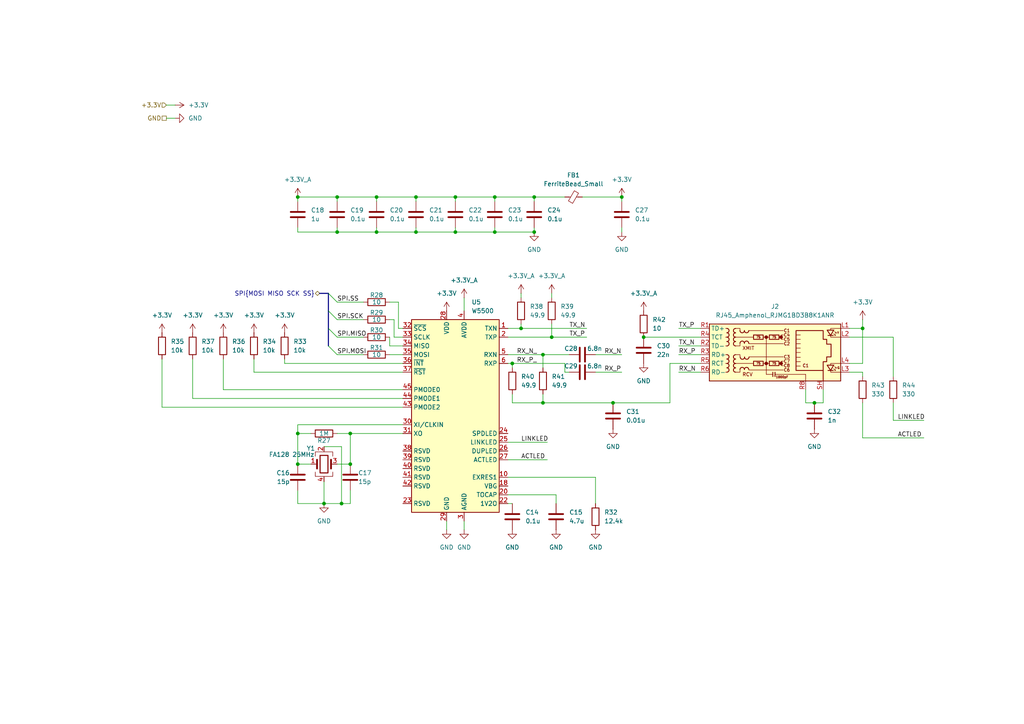
<source format=kicad_sch>
(kicad_sch (version 20250114) (generator "eeschema") (generator_version "9.0")
  (paper "A4")
  (lib_symbols
    (symbol "Connector:RJ45_Amphenol_RJMG1BD3B8K1ANR"
      (property "Reference" "J" (at 18.415 10.16 0))
      (property "Value" "RJ45_Amphenol_RJMG1BD3B8K1ANR" (at -19.05 10.16 0))
      (symbol "RJ45_Amphenol_RJMG1BD3B8K1ANR_0_0"
        (circle (center -1.27 5.08) (radius 0.0001) (stroke (width 0.508)))
        (polyline (pts (xy -1.27 5.08) (xy -1.27 -5.715)))
        (circle (center -1.27 -2.54) (radius 0.0001) (stroke (width 0.508)))
        (polyline (pts (xy 0.635 -5.08) (xy 0.635 -6.35)) (stroke (width 0.254)))
        (polyline (pts (xy 1.27 -5.08) (xy 1.27 -6.35)) (stroke (width 0.254)))
        (polyline (pts (xy 3.048 5.08) (xy 2.54 5.08)))
        (circle (center 3.048 5.08) (radius 0.0001) (stroke (width 0.508)))
        (polyline (pts (xy 3.048 -2.54) (xy 2.54 -2.54)))
        (circle (center 3.048 -2.54) (radius 0.0001) (stroke (width 0.508)))
        (polyline (pts (xy 3.683 5.715) (xy 3.048 5.715) (xy 3.048 4.445) (xy 3.683 4.445)))
        (polyline (pts (xy 3.683 -1.905) (xy 3.048 -1.905) (xy 3.048 -3.175) (xy 3.683 -3.175)))
        (polyline (pts (xy 17.399 7.112) (xy 17.399 7.62) (xy 20.32 7.62)))
        (polyline (pts (xy 17.399 -3.048) (xy 17.399 -2.54) (xy 20.32 -2.54)))
        (polyline (pts (xy 20.32 5.08) (xy 17.399 5.08) (xy 17.399 5.588)))
        (polyline (pts (xy 20.32 -5.08) (xy 17.399 -5.08) (xy 17.399 -4.572)))
        (text "XMIT" (at -8.255 1.905 0) (effects (font (size 1.016 1.016)) (justify left)))
        (text "RCV" (at -8.255 -5.715 0) (effects (font (size 1.016 1.016)) (justify left)))
        (text "C1" (at 4.699 6.985 0) (effects (font (size 0.889 0.889))))
        (text "C4" (at 4.699 5.715 0) (effects (font (size 0.889 0.889))))
        (text "C5" (at 4.699 4.445 0) (effects (font (size 0.889 0.889))))
        (text "C2" (at 4.699 3.175 0) (effects (font (size 0.889 0.889))))
        (text "C3" (at 4.699 -0.635 0) (effects (font (size 0.889 0.889))))
        (text "C7" (at 4.699 -1.905 0) (effects (font (size 0.889 0.889))))
        (text "C8" (at 4.699 -3.175 0) (effects (font (size 0.889 0.889))))
        (text "C6" (at 4.699 -4.445 0) (effects (font (size 0.889 0.889))))
        (text "C1" (at 10.16 -3.175 0) (effects (font (size 0.889 0.889))))
      )
      (symbol "RJ45_Amphenol_RJMG1BD3B8K1ANR_0_1"
        (rectangle (start -17.78 8.89) (end 20.32 -7.62) (stroke (width 0.254)) (fill (type background)))
        (polyline (pts (xy -12.7 7.62) (xy -13.081 7.62)))
        (polyline (pts (xy -12.7 5.08) (xy -13.081 5.08)))
        (polyline (pts (xy -12.7 2.54) (xy -13.081 2.54)))
        (polyline (pts (xy -12.7 0) (xy -13.081 0)))
        (polyline (pts (xy -12.7 -2.54) (xy -13.081 -2.54)))
        (polyline (pts (xy -12.7 -5.08) (xy -13.081 -5.08)))
        (polyline (pts (xy -10.16 7.62) (xy -8.89 7.62) (xy -8.89 6.985)))
        (polyline (pts (xy -10.16 0) (xy -8.89 0) (xy -8.89 -0.635)))
        (polyline (pts (xy -8.89 3.175) (xy -8.89 2.54) (xy -10.16 2.54)))
        (polyline (pts (xy -8.89 -4.445) (xy -8.89 -5.08) (xy -10.16 -5.08)))
        (polyline (pts (xy -6.35 6.985) (xy 3.683 6.985)))
        (polyline (pts (xy -6.35 3.175) (xy 3.683 3.175)))
        (polyline (pts (xy -6.35 -4.445) (xy 3.683 -4.445)))
        (polyline (pts (xy -6.223 -0.635) (xy 3.683 -0.635)))
        (polyline (pts (xy -5.08 -2.54) (xy -10.16 -2.54)))
        (polyline (pts (xy -4.953 5.08) (xy -10.16 5.08)))
        (polyline (pts (xy -2.159 5.08) (xy -0.381 5.08)))
        (polyline (pts (xy -2.159 -2.54) (xy -0.381 -2.54)))
        (polyline (pts (xy 0.635 -5.715) (xy -1.27 -5.715)))
        (polyline (pts (xy 7.366 3.175) (xy 8.636 3.175)))
        (polyline (pts (xy 7.366 1.905) (xy 8.636 1.905)))
        (polyline (pts (xy 7.366 0.635) (xy 8.636 0.635)))
        (polyline (pts (xy 7.366 -0.762) (xy 8.636 -0.762)))
        (polyline (pts (xy 7.366 -2.032) (xy 8.636 -2.032)))
        (polyline (pts (xy 8.636 5.715) (xy 7.366 5.715)))
        (polyline (pts (xy 8.636 4.445) (xy 7.366 4.445)))
        (polyline (pts (xy 8.636 -3.302) (xy 7.366 -3.302)))
        (polyline (pts (xy 10.16 -5.715) (xy 1.27 -5.715)))
        (polyline (pts (xy 10.16 -5.715) (xy 10.16 -7.62)))
      )
      (symbol "RJ45_Amphenol_RJMG1BD3B8K1ANR_1_0"
        (text "1000pF" (at 3.302 -6.477 0) (effects (font (size 0.635 0.635))))
      )
      (symbol "RJ45_Amphenol_RJMG1BD3B8K1ANR_1_1"
        (arc (start -12.7 0) (mid -12.0677 -0.635) (end -12.7 -1.27) (stroke (width 0.254)))
        (arc (start -12.6973 7.62) (mid -12.065 6.985) (end -12.6973 6.35) (stroke (width 0.254)))
        (arc (start -12.6973 -1.27) (mid -12.065 -1.905) (end -12.6973 -2.54) (stroke (width 0.254)))
        (arc (start -12.6973 -2.54) (mid -12.065 -3.175) (end -12.6973 -3.81) (stroke (width 0.254)))
        (arc (start -12.6973 -3.81) (mid -12.065 -4.445) (end -12.6973 -5.08) (stroke (width 0.254)))
        (arc (start -12.6946 6.35) (mid -12.0623 5.715) (end -12.6946 5.08) (stroke (width 0.254)))
        (arc (start -12.6946 5.08) (mid -12.0623 4.445) (end -12.6946 3.81) (stroke (width 0.254)))
        (arc (start -12.6946 3.81) (mid -12.0623 3.175) (end -12.6946 2.54) (stroke (width 0.254)))
        (arc (start -10.1654 6.35) (mid -10.7977 6.985) (end -10.1654 7.62) (stroke (width 0.254)))
        (arc (start -10.1654 5.08) (mid -10.7977 5.715) (end -10.1654 6.35) (stroke (width 0.254)))
        (arc (start -10.1654 3.81) (mid -10.7977 4.445) (end -10.1654 5.08) (stroke (width 0.254)))
        (arc (start -10.1654 -1.27) (mid -10.7977 -0.635) (end -10.1654 0) (stroke (width 0.254)))
        (arc (start -10.1654 -2.54) (mid -10.7977 -1.905) (end -10.1654 -1.27) (stroke (width 0.254)))
        (arc (start -10.1654 -3.81) (mid -10.7977 -3.175) (end -10.1654 -2.54) (stroke (width 0.254)))
        (arc (start -10.1627 2.54) (mid -10.795 3.175) (end -10.1627 3.81) (stroke (width 0.254)))
        (arc (start -10.1627 -5.08) (mid -10.795 -4.445) (end -10.1627 -3.81) (stroke (width 0.254)))
        (arc (start -7.62 6.9823) (mid -8.255 6.35) (end -8.89 6.9823) (stroke (width 0.254)))
        (arc (start -8.89 3.3047) (mid -8.255 3.937) (end -7.62 3.3047) (stroke (width 0.254)))
        (arc (start -8.89 -4.3153) (mid -8.255 -3.683) (end -7.62 -4.3153) (stroke (width 0.254)))
        (arc (start -7.5565 -0.7012) (mid -8.1915 -1.3335) (end -8.8265 -0.7012) (stroke (width 0.254)))
        (arc (start -6.35 6.985) (mid -6.985 6.3527) (end -7.62 6.985) (stroke (width 0.254)))
        (arc (start -7.62 3.3074) (mid -6.985 3.9397) (end -6.35 3.3074) (stroke (width 0.254)))
        (arc (start -7.62 -4.3126) (mid -6.985 -3.6803) (end -6.35 -4.3126) (stroke (width 0.254)))
        (arc (start -6.2865 -0.6985) (mid -6.9215 -1.3308) (end -7.5565 -0.6985) (stroke (width 0.254)))
        (rectangle (start -4.953 5.715) (end -2.159 4.445) (stroke (width 0.254)))
        (rectangle (start -4.953 -1.905) (end -2.159 -3.175) (stroke (width 0.254)))
        (rectangle (start -0.381 5.715) (end 2.413 4.445) (stroke (width 0.254)))
        (rectangle (start -0.381 -1.905) (end 2.413 -3.175) (stroke (width 0.254)))
        (polyline (pts (xy 7.366 -4.572) (xy 7.366 6.985) (xy 15.24 6.985) (xy 15.24 4.445) (xy 16.256 4.445) (xy 16.256 3.048) (xy 17.526 3.048) (xy 17.526 -0.635) (xy 16.256 -0.635) (xy 16.256 -2.032) (xy 15.24 -2.032) (xy 15.24 -4.572) (xy 7.366 -4.572)) (stroke (width 0.254)))
        (polyline (pts (xy 15.24 -7.62) (xy 15.24 -4.572)) (stroke (width 0.254)))
        (polyline (pts (xy 18.161 5.588) (xy 16.637 5.588)) (stroke (width 0.254)))
        (polyline (pts (xy 18.161 -4.572) (xy 16.637 -4.572)) (stroke (width 0.254)))
        (polyline (pts (xy 18.288 7.112) (xy 16.383 7.112) (xy 17.399 5.588) (xy 18.288 7.112)) (stroke (width 0.254)))
        (polyline (pts (xy 18.288 6.096) (xy 18.796 5.588) (xy 18.542 5.588)))
        (polyline (pts (xy 18.288 -3.048) (xy 16.383 -3.048) (xy 17.399 -4.572) (xy 18.288 -3.048)) (stroke (width 0.254)))
        (polyline (pts (xy 18.288 -4.064) (xy 18.796 -4.572) (xy 18.542 -4.572)))
        (polyline (pts (xy 18.542 6.731) (xy 19.05 6.223) (xy 18.796 6.223)))
        (polyline (pts (xy 18.542 -3.429) (xy 19.05 -3.937) (xy 18.796 -3.937)))
        (polyline (pts (xy 18.796 5.588) (xy 18.796 5.842)))
        (polyline (pts (xy 18.796 -4.572) (xy 18.796 -4.318)))
        (polyline (pts (xy 19.05 6.223) (xy 19.05 6.477)))
        (polyline (pts (xy 19.05 -3.937) (xy 19.05 -3.683)))
        (text "75" (at -3.556 5.08 0) (effects (font (size 0.635 0.635))))
        (text "75" (at -3.556 -2.54 0) (effects (font (size 0.635 0.635))))
        (text "75" (at 1.016 5.08 0) (effects (font (size 0.635 0.635))))
        (text "75" (at 1.016 -2.54 0) (effects (font (size 0.635 0.635))))
        (text "Y" (at 19.558 6.35 0) (effects (font (size 0.635 0.635))))
        (text "G" (at 19.685 -3.81 0) (effects (font (size 0.635 0.635))))
        (pin passive line (at -20.32 7.62 0) (length 2.54) (name "TD+") (number "R1"))
        (pin passive line (at -20.32 5.08 0) (length 2.54) (name "TCT") (number "R4"))
        (pin passive line (at -20.32 2.54 0) (length 2.54) (name "TD-") (number "R2"))
        (pin passive line (at -20.32 0 0) (length 2.54) (name "RD+") (number "R3"))
        (pin passive line (at -20.32 -2.54 0) (length 2.54) (name "RCT") (number "R5"))
        (pin passive line (at -20.32 -5.08 0) (length 2.54) (name "RD-") (number "R6"))
        (pin power_in line (at 10.16 -10.16 90) (length 2.54) (name "") (number "R8"))
        (pin passive line (at 15.24 -10.16 90) (length 2.54) (name "") (number "SH"))
        (pin no_connect line (at 20.32 0 0) (length 0) (hide yes) (name "NC") (number "R7"))
        (pin passive line (at 22.86 7.62 180) (length 2.54) (name "") (number "L1"))
        (pin passive line (at 22.86 5.08 180) (length 2.54) (name "") (number "L2"))
        (pin passive line (at 22.86 -2.54 180) (length 2.54) (name "") (number "L4"))
        (pin passive line (at 22.86 -5.08 180) (length 2.54) (name "") (number "L3"))
      )
    )
    (symbol "Device:C" (pin_numbers (hide yes)) (pin_names (offset 0.254))
      (property "Reference" "C" (at 0.635 2.54 0))
      (property "Value" "C" (at 0.635 -2.54 0))
      (symbol "C_0_1"
        (polyline (pts (xy -2.032 0.762) (xy 2.032 0.762)) (stroke (width 0.508)))
        (polyline (pts (xy -2.032 -0.762) (xy 2.032 -0.762)) (stroke (width 0.508)))
      )
      (symbol "C_1_1"
        (pin passive line (at 0 3.81 270) (length 2.794) (name "~") (number "1"))
        (pin passive line (at 0 -3.81 90) (length 2.794) (name "~") (number "2"))
      )
    )
    (symbol "Device:Crystal_GND24" (pin_names (offset 1.016) (hide yes))
      (property "Reference" "Y" (at 3.175 5.08 0))
      (property "Value" "Crystal_GND24" (at 3.175 3.175 0))
      (symbol "Crystal_GND24_0_1"
        (polyline (pts (xy -2.54 2.286) (xy -2.54 3.556) (xy 2.54 3.556) (xy 2.54 2.286)))
        (polyline (pts (xy -2.54 0) (xy -2.032 0)))
        (polyline (pts (xy -2.54 -2.286) (xy -2.54 -3.556) (xy 2.54 -3.556) (xy 2.54 -2.286)))
        (polyline (pts (xy -2.032 -1.27) (xy -2.032 1.27)) (stroke (width 0.508)))
        (rectangle (start -1.143 2.54) (end 1.143 -2.54) (stroke (width 0.3048)))
        (polyline (pts (xy 0 3.556) (xy 0 3.81)))
        (polyline (pts (xy 0 -3.81) (xy 0 -3.556)))
        (polyline (pts (xy 2.032 0) (xy 2.54 0)))
        (polyline (pts (xy 2.032 -1.27) (xy 2.032 1.27)) (stroke (width 0.508)))
      )
      (symbol "Crystal_GND24_1_1"
        (pin passive line (at -3.81 0 0) (length 1.27) (name "1") (number "1"))
        (pin passive line (at 0 5.08 270) (length 1.27) (name "2") (number "2"))
        (pin passive line (at 0 -5.08 90) (length 1.27) (name "4") (number "4"))
        (pin passive line (at 3.81 0 180) (length 1.27) (name "3") (number "3"))
      )
    )
    (symbol "Device:FerriteBead_Small" (pin_numbers (hide yes)) (pin_names (offset 0))
      (property "Reference" "FB" (at 1.905 1.27 0))
      (property "Value" "FerriteBead_Small" (at 1.905 -1.27 0))
      (symbol "FerriteBead_Small_0_1"
        (polyline (pts (xy -1.8288 0.2794) (xy -1.1176 1.4986) (xy 1.8288 -0.2032) (xy 1.1176 -1.4224) (xy -1.8288 0.2794)))
        (polyline (pts (xy 0 0.889) (xy 0 1.2954)))
        (polyline (pts (xy 0 -1.27) (xy 0 -0.7874)))
      )
      (symbol "FerriteBead_Small_1_1"
        (pin passive line (at 0 2.54 270) (length 1.27) (name "~") (number "1"))
        (pin passive line (at 0 -2.54 90) (length 1.27) (name "~") (number "2"))
      )
    )
    (symbol "Device:R" (pin_numbers (hide yes)) (pin_names (offset 0))
      (property "Reference" "R" (at 2.032 0 90))
      (property "Value" "R" (at 0 0 90))
      (symbol "R_0_1"
        (rectangle (start -1.016 -2.54) (end 1.016 2.54) (stroke (width 0.254)))
      )
      (symbol "R_1_1"
        (pin passive line (at 0 3.81 270) (length 1.27) (name "~") (number "1"))
        (pin passive line (at 0 -3.81 90) (length 1.27) (name "~") (number "2"))
      )
    )
    (symbol "Interface_Ethernet:W5500"
      (property "Reference" "U" (at -11.43 29.21 0))
      (property "Value" "W5500" (at 8.89 29.21 0))
      (symbol "W5500_0_1"
        (rectangle (start -12.7 27.94) (end 12.7 -27.94) (stroke (width 0.254)) (fill (type background)))
      )
      (symbol "W5500_1_1"
        (pin input line (at -15.24 25.4 0) (length 2.54) (name "~{SCS}") (number "32"))
        (pin input line (at -15.24 22.86 0) (length 2.54) (name "SCLK") (number "33"))
        (pin output line (at -15.24 20.32 0) (length 2.54) (name "MISO") (number "34"))
        (pin input line (at -15.24 17.78 0) (length 2.54) (name "MOSI") (number "35"))
        (pin input line (at -15.24 15.24 0) (length 2.54) (name "~{INT}") (number "36"))
        (pin input line (at -15.24 12.7 0) (length 2.54) (name "~{RST}") (number "37"))
        (pin input line (at -15.24 7.62 0) (length 2.54) (name "PMODE0") (number "45"))
        (pin input line (at -15.24 5.08 0) (length 2.54) (name "PMODE1") (number "44"))
        (pin input line (at -15.24 2.54 0) (length 2.54) (name "PMODE2") (number "43"))
        (pin input line (at -15.24 -2.54 0) (length 2.54) (name "XI/CLKIN") (number "30"))
        (pin output line (at -15.24 -5.08 0) (length 2.54) (name "XO") (number "31"))
        (pin input line (at -15.24 -10.16 0) (length 2.54) (name "RSVD") (number "38"))
        (pin input line (at -15.24 -12.7 0) (length 2.54) (name "RSVD") (number "39"))
        (pin input line (at -15.24 -15.24 0) (length 2.54) (name "RSVD") (number "40"))
        (pin input line (at -15.24 -17.78 0) (length 2.54) (name "RSVD") (number "41"))
        (pin input line (at -15.24 -20.32 0) (length 2.54) (name "RSVD") (number "42"))
        (pin input line (at -15.24 -25.4 0) (length 2.54) (name "RSVD") (number "23"))
        (pin power_in line (at -2.54 30.48 270) (length 2.54) (name "VDD") (number "28"))
        (pin power_in line (at -2.54 -30.48 90) (length 2.54) (name "GND") (number "29"))
        (pin passive line (at 2.54 30.48 270) (length 2.54) (hide yes) (name "AVDD") (number "11"))
        (pin passive line (at 2.54 30.48 270) (length 2.54) (hide yes) (name "AVDD") (number "15"))
        (pin passive line (at 2.54 30.48 270) (length 2.54) (hide yes) (name "AVDD") (number "17"))
        (pin passive line (at 2.54 30.48 270) (length 2.54) (hide yes) (name "AVDD") (number "21"))
        (pin power_in line (at 2.54 30.48 270) (length 2.54) (name "AVDD") (number "4"))
        (pin passive line (at 2.54 30.48 270) (length 2.54) (hide yes) (name "AVDD") (number "8"))
        (pin passive line (at 2.54 -30.48 90) (length 2.54) (hide yes) (name "AGND") (number "14"))
        (pin passive line (at 2.54 -30.48 90) (length 2.54) (hide yes) (name "AGND") (number "16"))
        (pin passive line (at 2.54 -30.48 90) (length 2.54) (hide yes) (name "AGND") (number "19"))
        (pin power_in line (at 2.54 -30.48 90) (length 2.54) (name "AGND") (number "3"))
        (pin passive line (at 2.54 -30.48 90) (length 2.54) (hide yes) (name "AGND") (number "48"))
        (pin passive line (at 2.54 -30.48 90) (length 2.54) (hide yes) (name "AGND") (number "9"))
        (pin no_connect line (at 12.7 10.16 180) (length 2.54) (hide yes) (name "DNC") (number "7"))
        (pin no_connect line (at 12.7 7.62 180) (length 2.54) (hide yes) (name "NC") (number "12"))
        (pin no_connect line (at 12.7 5.08 180) (length 2.54) (hide yes) (name "NC") (number "13"))
        (pin no_connect line (at 12.7 2.54 180) (length 2.54) (hide yes) (name "NC") (number "46"))
        (pin no_connect line (at 12.7 0 180) (length 2.54) (hide yes) (name "NC") (number "47"))
        (pin output line (at 15.24 25.4 180) (length 2.54) (name "TXN") (number "1"))
        (pin output line (at 15.24 22.86 180) (length 2.54) (name "TXP") (number "2"))
        (pin input line (at 15.24 17.78 180) (length 2.54) (name "RXN") (number "5"))
        (pin input line (at 15.24 15.24 180) (length 2.54) (name "RXP") (number "6"))
        (pin output line (at 15.24 -5.08 180) (length 2.54) (name "SPDLED") (number "24"))
        (pin output line (at 15.24 -7.62 180) (length 2.54) (name "LINKLED") (number "25"))
        (pin output line (at 15.24 -10.16 180) (length 2.54) (name "DUPLED") (number "26"))
        (pin output line (at 15.24 -12.7 180) (length 2.54) (name "ACTLED") (number "27"))
        (pin passive line (at 15.24 -17.78 180) (length 2.54) (name "EXRES1") (number "10"))
        (pin passive line (at 15.24 -20.32 180) (length 2.54) (name "VBG") (number "18"))
        (pin passive line (at 15.24 -22.86 180) (length 2.54) (name "TOCAP") (number "20"))
        (pin output line (at 15.24 -25.4 180) (length 2.54) (name "1V2O") (number "22"))
      )
    )
    (symbol "power:+3.3V" (power) (pin_numbers (hide yes)) (pin_names (offset 0) (hide yes))
      (property "Value" "+3.3V" (at 0 3.556 0))
      (symbol "+3.3V_0_1"
        (polyline (pts (xy -0.762 1.27) (xy 0 2.54)))
        (polyline (pts (xy 0 2.54) (xy 0.762 1.27)))
        (polyline (pts (xy 0 0) (xy 0 2.54)))
      )
      (symbol "+3.3V_1_1"
        (pin power_in line (at 0 0 90) (length 0) (name "~") (number "1"))
      )
    )
    (symbol "power:GND" (power) (pin_numbers (hide yes)) (pin_names (offset 0) (hide yes))
      (property "Value" "GND" (at 0 -3.81 0))
      (symbol "GND_0_1"
        (polyline (pts (xy 0 0) (xy 0 -1.27) (xy 1.27 -1.27) (xy 0 -2.54) (xy -1.27 -1.27) (xy 0 -1.27)))
      )
      (symbol "GND_1_1"
        (pin power_in line (at 0 0 270) (length 0) (name "~") (number "1"))
      )
    )
  )
  (junction (at 120.65 57.15))
  (junction (at 93.98 146.05))
  (junction (at 97.79 67.31))
  (junction (at 101.6 125.73))
  (junction (at 132.08 57.15))
  (junction (at 132.08 67.31))
  (junction (at 186.69 97.79))
  (junction (at 143.51 57.15))
  (junction (at 157.48 102.87))
  (junction (at 177.8 116.84))
  (junction (at 86.36 134.62))
  (junction (at 148.59 105.41))
  (junction (at 120.65 67.31))
  (junction (at 160.02 97.79))
  (junction (at 143.51 67.31))
  (junction (at 86.36 125.73))
  (junction (at 86.36 57.15))
  (junction (at 157.48 116.84))
  (junction (at 97.79 57.15))
  (junction (at 236.22 116.84))
  (junction (at 151.13 95.25))
  (junction (at 154.94 67.31))
  (junction (at 109.22 67.31))
  (junction (at 250.19 95.25))
  (junction (at 109.22 57.15))
  (junction (at 154.94 57.15))
  (junction (at 99.06 146.05))
  (junction (at 180.34 57.15))
  (junction (at 101.6 134.62))
  (bus_entry (at 95.25 100.33) (size 2.54 2.54))
  (bus_entry (at 95.25 90.17) (size 2.54 2.54))
  (bus_entry (at 95.25 85.09) (size 2.54 2.54))
  (bus_entry (at 95.25 95.25) (size 2.54 2.54))
  (wire (pts (xy 148.59 105.41) (xy 163.83 105.41)))
  (wire (pts (xy 147.32 128.27) (xy 158.75 128.27)))
  (wire (pts (xy 151.13 85.09) (xy 151.13 86.36)))
  (wire (pts (xy 250.19 107.95) (xy 250.19 109.22)))
  (wire (pts (xy 93.98 146.05) (xy 93.98 139.7)))
  (wire (pts (xy 113.03 87.63) (xy 115.57 87.63)))
  (wire (pts (xy 86.36 57.15) (xy 97.79 57.15)))
  (wire (pts (xy 160.02 97.79) (xy 160.02 93.98)))
  (wire (pts (xy 97.79 67.31) (xy 109.22 67.31)))
  (wire (pts (xy 246.38 107.95) (xy 250.19 107.95)))
  (wire (pts (xy 113.03 100.33) (xy 116.84 100.33)))
  (wire (pts (xy 196.85 95.25) (xy 203.2 95.25)))
  (wire (pts (xy 250.19 127) (xy 267.97 127)))
  (wire (pts (xy 86.36 123.19) (xy 86.36 125.73)))
  (wire (pts (xy 172.72 102.87) (xy 180.34 102.87)))
  (wire (pts (xy 97.79 58.42) (xy 97.79 57.15)))
  (wire (pts (xy 120.65 57.15) (xy 132.08 57.15)))
  (wire (pts (xy 99.06 146.05) (xy 101.6 146.05)))
  (wire (pts (xy 250.19 116.84) (xy 250.19 127)))
  (wire (pts (xy 161.29 143.51) (xy 161.29 146.05)))
  (wire (pts (xy 82.55 104.14) (xy 82.55 105.41)))
  (wire (pts (xy 196.85 100.33) (xy 203.2 100.33)))
  (wire (pts (xy 55.88 104.14) (xy 55.88 115.57)))
  (wire (pts (xy 194.31 116.84) (xy 177.8 116.84)))
  (wire (pts (xy 86.36 125.73) (xy 90.17 125.73)))
  (wire (pts (xy 86.36 134.62) (xy 90.17 134.62)))
  (wire (pts (xy 163.83 107.95) (xy 163.83 105.41)))
  (wire (pts (xy 114.3 92.71) (xy 114.3 97.79)))
  (wire (pts (xy 132.08 57.15) (xy 143.51 57.15)))
  (wire (pts (xy 246.38 105.41) (xy 250.19 105.41)))
  (wire (pts (xy 86.36 125.73) (xy 86.36 134.62)))
  (wire (pts (xy 97.79 134.62) (xy 101.6 134.62)))
  (wire (pts (xy 109.22 66.04) (xy 109.22 67.31)))
  (wire (pts (xy 168.91 57.15) (xy 180.34 57.15)))
  (wire (pts (xy 120.65 66.04) (xy 120.65 67.31)))
  (wire (pts (xy 157.48 106.68) (xy 157.48 102.87)))
  (wire (pts (xy 196.85 107.95) (xy 203.2 107.95)))
  (wire (pts (xy 157.48 114.3) (xy 157.48 116.84)))
  (wire (pts (xy 180.34 57.15) (xy 180.34 58.42)))
  (wire (pts (xy 154.94 66.04) (xy 154.94 67.31)))
  (bus (pts (xy 95.25 100.33) (xy 95.25 95.25)))
  (wire (pts (xy 157.48 116.84) (xy 177.8 116.84)))
  (wire (pts (xy 116.84 125.73) (xy 101.6 125.73)))
  (wire (pts (xy 259.08 121.92) (xy 267.97 121.92)))
  (wire (pts (xy 48.26 34.29) (xy 50.8 34.29)))
  (wire (pts (xy 172.72 146.05) (xy 172.72 138.43)))
  (wire (pts (xy 172.72 138.43) (xy 147.32 138.43)))
  (wire (pts (xy 143.51 57.15) (xy 143.51 58.42)))
  (wire (pts (xy 134.62 151.13) (xy 134.62 153.67)))
  (wire (pts (xy 238.76 113.03) (xy 238.76 116.84)))
  (wire (pts (xy 134.62 86.36) (xy 134.62 90.17)))
  (wire (pts (xy 101.6 142.24) (xy 101.6 146.05)))
  (wire (pts (xy 116.84 107.95) (xy 73.66 107.95)))
  (wire (pts (xy 147.32 97.79) (xy 160.02 97.79)))
  (wire (pts (xy 250.19 105.41) (xy 250.19 95.25)))
  (wire (pts (xy 236.22 116.84) (xy 233.68 116.84)))
  (wire (pts (xy 148.59 116.84) (xy 157.48 116.84)))
  (wire (pts (xy 113.03 102.87) (xy 116.84 102.87)))
  (wire (pts (xy 148.59 114.3) (xy 148.59 116.84)))
  (wire (pts (xy 86.36 142.24) (xy 86.36 146.05)))
  (wire (pts (xy 259.08 116.84) (xy 259.08 121.92)))
  (wire (pts (xy 246.38 95.25) (xy 250.19 95.25)))
  (wire (pts (xy 194.31 105.41) (xy 194.31 116.84)))
  (bus (pts (xy 95.25 90.17) (xy 95.25 85.09)))
  (wire (pts (xy 97.79 87.63) (xy 105.41 87.63)))
  (wire (pts (xy 86.36 123.19) (xy 116.84 123.19)))
  (wire (pts (xy 160.02 85.09) (xy 160.02 86.36)))
  (wire (pts (xy 151.13 95.25) (xy 170.18 95.25)))
  (wire (pts (xy 86.36 146.05) (xy 93.98 146.05)))
  (wire (pts (xy 113.03 97.79) (xy 113.03 100.33)))
  (bus (pts (xy 92.71 85.09) (xy 95.25 85.09)))
  (wire (pts (xy 147.32 95.25) (xy 151.13 95.25)))
  (wire (pts (xy 93.98 129.54) (xy 99.06 129.54)))
  (wire (pts (xy 129.54 151.13) (xy 129.54 153.67)))
  (wire (pts (xy 114.3 92.71) (xy 113.03 92.71)))
  (wire (pts (xy 259.08 109.22) (xy 259.08 97.79)))
  (wire (pts (xy 186.69 97.79) (xy 203.2 97.79)))
  (wire (pts (xy 109.22 57.15) (xy 109.22 58.42)))
  (wire (pts (xy 101.6 125.73) (xy 101.6 134.62)))
  (wire (pts (xy 154.94 57.15) (xy 163.83 57.15)))
  (wire (pts (xy 132.08 57.15) (xy 132.08 58.42)))
  (wire (pts (xy 97.79 57.15) (xy 109.22 57.15)))
  (bus (pts (xy 95.25 95.25) (xy 95.25 90.17)))
  (wire (pts (xy 233.68 116.84) (xy 233.68 113.03)))
  (wire (pts (xy 82.55 105.41) (xy 116.84 105.41)))
  (wire (pts (xy 97.79 97.79) (xy 105.41 97.79)))
  (wire (pts (xy 115.57 95.25) (xy 116.84 95.25)))
  (wire (pts (xy 238.76 116.84) (xy 236.22 116.84)))
  (wire (pts (xy 180.34 66.04) (xy 180.34 67.31)))
  (wire (pts (xy 97.79 66.04) (xy 97.79 67.31)))
  (wire (pts (xy 109.22 57.15) (xy 120.65 57.15)))
  (wire (pts (xy 196.85 102.87) (xy 203.2 102.87)))
  (wire (pts (xy 97.79 102.87) (xy 105.41 102.87)))
  (wire (pts (xy 116.84 113.03) (xy 64.77 113.03)))
  (wire (pts (xy 259.08 97.79) (xy 246.38 97.79)))
  (wire (pts (xy 160.02 97.79) (xy 170.18 97.79)))
  (wire (pts (xy 55.88 115.57) (xy 116.84 115.57)))
  (wire (pts (xy 73.66 107.95) (xy 73.66 104.14)))
  (wire (pts (xy 165.1 107.95) (xy 163.83 107.95)))
  (wire (pts (xy 147.32 143.51) (xy 161.29 143.51)))
  (wire (pts (xy 143.51 66.04) (xy 143.51 67.31)))
  (wire (pts (xy 147.32 102.87) (xy 157.48 102.87)))
  (wire (pts (xy 120.65 57.15) (xy 120.65 58.42)))
  (wire (pts (xy 132.08 67.31) (xy 143.51 67.31)))
  (wire (pts (xy 151.13 95.25) (xy 151.13 93.98)))
  (wire (pts (xy 86.36 57.15) (xy 86.36 58.42)))
  (wire (pts (xy 48.26 30.48) (xy 50.8 30.48)))
  (wire (pts (xy 64.77 113.03) (xy 64.77 104.14)))
  (wire (pts (xy 97.79 92.71) (xy 105.41 92.71)))
  (wire (pts (xy 116.84 118.11) (xy 46.99 118.11)))
  (wire (pts (xy 114.3 97.79) (xy 116.84 97.79)))
  (wire (pts (xy 132.08 66.04) (xy 132.08 67.31)))
  (wire (pts (xy 97.79 125.73) (xy 101.6 125.73)))
  (wire (pts (xy 147.32 105.41) (xy 148.59 105.41)))
  (wire (pts (xy 99.06 129.54) (xy 99.06 146.05)))
  (wire (pts (xy 157.48 102.87) (xy 165.1 102.87)))
  (wire (pts (xy 172.72 107.95) (xy 180.34 107.95)))
  (wire (pts (xy 86.36 66.04) (xy 86.36 67.31)))
  (wire (pts (xy 203.2 105.41) (xy 194.31 105.41)))
  (wire (pts (xy 93.98 146.05) (xy 99.06 146.05)))
  (wire (pts (xy 148.59 146.05) (xy 147.32 146.05)))
  (wire (pts (xy 250.19 95.25) (xy 250.19 92.71)))
  (wire (pts (xy 115.57 87.63) (xy 115.57 95.25)))
  (wire (pts (xy 86.36 67.31) (xy 97.79 67.31)))
  (wire (pts (xy 148.59 105.41) (xy 148.59 106.68)))
  (wire (pts (xy 109.22 67.31) (xy 120.65 67.31)))
  (wire (pts (xy 143.51 67.31) (xy 154.94 67.31)))
  (wire (pts (xy 120.65 67.31) (xy 132.08 67.31)))
  (wire (pts (xy 46.99 118.11) (xy 46.99 104.14)))
  (wire (pts (xy 154.94 58.42) (xy 154.94 57.15)))
  (wire (pts (xy 147.32 133.35) (xy 158.75 133.35)))
  (wire (pts (xy 143.51 57.15) (xy 154.94 57.15)))
  (label "TX_N" (at 196.85 100.33 0))
  (label "RX_P" (at 175.26 107.95 0))
  (label "TX_P" (at 165.1 97.79 0))
  (label "TX_N" (at 165.1 95.25 0))
  (label "LINKLED" (at 260.35 121.92 0))
  (label "RX_N_" (at 149.86 102.87 0))
  (label "RX_P" (at 196.85 102.87 0))
  (label "RX_N" (at 196.85 107.95 0))
  (label "SPI.SS" (at 97.79 87.63 0))
  (label "SPI.MOSI" (at 97.79 102.87 0))
  (label "ACTLED" (at 260.35 127 0))
  (label "SPI.MISO" (at 97.79 97.79 0))
  (label "SPI.SCK" (at 97.79 92.71 0))
  (label "ACTLED" (at 151.13 133.35 0))
  (label "TX_P" (at 196.85 95.25 0))
  (label "LINKLED" (at 151.13 128.27 0))
  (label "RX_N" (at 175.26 102.87 0))
  (label "RX_P_" (at 149.86 105.41 0))
  (hierarchical_label "SPI{MOSI MISO SCK SS}" (shape bidirectional) (at 92.71 85.09 180))
  (hierarchical_label "GND" (shape passive) (at 48.26 34.29 180))
  (hierarchical_label "+3.3V" (shape input) (at 48.26 30.48 180))
  (symbol (lib_id "Device:R") (at 157.48 110.49 0) (unit 1)
    (property "Reference" "R41" (at 160.02 109.2199 0) (effects (justify left)))
    (property "Value" "49.9" (at 160.02 111.7599 0) (effects (justify left)))
    (property "Footprint" "Resistor_SMD:R_0402_1005Metric" (effects (hide yes)))
    (property "Description" "Resistor" (effects (hide yes)))
  )
  (symbol (lib_id "power:GND") (at 134.62 153.67 0) (unit 1)
    (property "Reference" "#PWR080" (effects (hide yes)))
    (property "Value" "GND" (at 134.62 158.75 0))
    (property "Description" "Power symbol creates a global label with name \"GND\" , ground" (effects (hide yes)))
  )
  (symbol (lib_id "power:+3.3V") (at 134.62 86.36 0) (unit 1)
    (property "Reference" "#PWR090" (effects (hide yes)))
    (property "Value" "+3.3V_A" (at 134.62 81.28 0))
    (property "Description" "Power symbol creates a global label with name \"+3.3V\"" (effects (hide yes)))
  )
  (symbol (lib_id "power:GND") (at 161.29 153.67 0) (unit 1)
    (property "Reference" "#PWR078" (effects (hide yes)))
    (property "Value" "GND" (at 161.29 158.75 0))
    (property "Description" "Power symbol creates a global label with name \"GND\" , ground" (effects (hide yes)))
  )
  (symbol (lib_id "Device:FerriteBead_Small") (at 166.37 57.15 90) (unit 1)
    (property "Reference" "FB1" (at 166.3319 50.8 90))
    (property "Value" "FerriteBead_Small" (at 166.3319 53.34 90))
    (property "Footprint" "Inductor_SMD:L_0603_1608Metric" (effects (hide yes)))
    (property "Description" "Ferrite bead, small symbol" (effects (hide yes)))
  )
  (symbol (lib_id "Device:R") (at 148.59 110.49 0) (unit 1)
    (property "Reference" "R40" (at 151.13 109.2199 0) (effects (justify left)))
    (property "Value" "49.9" (at 151.13 111.7599 0) (effects (justify left)))
    (property "Footprint" "Resistor_SMD:R_0402_1005Metric" (effects (hide yes)))
    (property "Description" "Resistor" (effects (hide yes)))
  )
  (symbol (lib_id "power:+3.3V") (at 250.19 92.71 0) (unit 1)
    (property "Reference" "#PWR0103" (effects (hide yes)))
    (property "Value" "+3.3V" (at 250.19 87.63 0))
    (property "Description" "Power symbol creates a global label with name \"+3.3V\"" (effects (hide yes)))
  )
  (symbol (lib_id "Device:C") (at 236.22 120.65 0) (unit 1)
    (property "Reference" "C32" (at 240.03 119.3799 0) (effects (justify left)))
    (property "Value" "1n" (at 240.03 121.9199 0) (effects (justify left)))
    (property "Footprint" "Capacitor_SMD:C_0402_1005Metric" (effects (hide yes)))
    (property "Description" "Unpolarized capacitor" (effects (hide yes)))
  )
  (symbol (lib_id "Device:C") (at 86.36 62.23 0) (unit 1)
    (property "Reference" "C18" (at 90.17 60.9599 0) (effects (justify left)))
    (property "Value" "1u" (at 90.17 63.4999 0) (effects (justify left)))
    (property "Footprint" "Capacitor_SMD:C_0402_1005Metric" (effects (hide yes)))
    (property "Description" "Unpolarized capacitor" (effects (hide yes)))
  )
  (symbol (lib_id "Device:R") (at 151.13 90.17 0) (unit 1)
    (property "Reference" "R38" (at 153.67 88.8999 0) (effects (justify left)))
    (property "Value" "49.9" (at 153.67 91.4399 0) (effects (justify left)))
    (property "Footprint" "Resistor_SMD:R_0402_1005Metric" (effects (hide yes)))
    (property "Description" "Resistor" (effects (hide yes)))
  )
  (symbol (lib_id "Device:C") (at 186.69 101.6 0) (unit 1)
    (property "Reference" "C30" (at 190.5 100.3299 0) (effects (justify left)))
    (property "Value" "22n" (at 190.5 102.8699 0) (effects (justify left)))
    (property "Footprint" "Capacitor_SMD:C_0402_1005Metric" (effects (hide yes)))
    (property "Description" "Unpolarized capacitor" (effects (hide yes)))
  )
  (symbol (lib_id "power:+3.3V") (at 82.55 96.52 0) (unit 1)
    (property "Reference" "#PWR085" (effects (hide yes)))
    (property "Value" "+3.3V" (at 82.55 91.44 0))
    (property "Description" "Power symbol creates a global label with name \"+3.3V\"" (effects (hide yes)))
  )
  (symbol (lib_id "power:GND") (at 148.59 153.67 0) (unit 1)
    (property "Reference" "#PWR079" (effects (hide yes)))
    (property "Value" "GND" (at 148.59 158.75 0))
    (property "Description" "Power symbol creates a global label with name \"GND\" , ground" (effects (hide yes)))
  )
  (symbol (lib_id "power:GND") (at 129.54 153.67 0) (unit 1)
    (property "Reference" "#PWR081" (effects (hide yes)))
    (property "Value" "GND" (at 129.54 158.75 0))
    (property "Description" "Power symbol creates a global label with name \"GND\" , ground" (effects (hide yes)))
  )
  (symbol (lib_id "Device:C") (at 168.91 102.87 90) (unit 1)
    (property "Reference" "C28" (at 165.608 101.092 90))
    (property "Value" "6.8n" (at 172.466 101.092 90))
    (property "Footprint" "Capacitor_SMD:C_0402_1005Metric" (effects (hide yes)))
    (property "Description" "Unpolarized capacitor" (effects (hide yes)))
  )
  (symbol (lib_id "Device:R") (at 259.08 113.03 0) (unit 1)
    (property "Reference" "R44" (at 261.62 111.7599 0) (effects (justify left)))
    (property "Value" "330" (at 261.62 114.2999 0) (effects (justify left)))
    (property "Footprint" "Resistor_SMD:R_0402_1005Metric" (effects (hide yes)))
    (property "Description" "Resistor" (effects (hide yes)))
  )
  (symbol (lib_id "Device:R") (at 46.99 100.33 0) (unit 1)
    (property "Reference" "R35" (at 49.53 99.0599 0) (effects (justify left)))
    (property "Value" "10k" (at 49.53 101.5999 0) (effects (justify left)))
    (property "Footprint" "Resistor_SMD:R_0402_1005Metric" (effects (hide yes)))
    (property "Description" "Resistor" (effects (hide yes)))
  )
  (symbol (lib_id "power:+3.3V") (at 55.88 96.52 0) (unit 1)
    (property "Reference" "#PWR088" (effects (hide yes)))
    (property "Value" "+3.3V" (at 55.88 91.44 0))
    (property "Description" "Power symbol creates a global label with name \"+3.3V\"" (effects (hide yes)))
  )
  (symbol (lib_id "Device:C") (at 143.51 62.23 0) (unit 1)
    (property "Reference" "C23" (at 147.32 60.9599 0) (effects (justify left)))
    (property "Value" "0.1u" (at 147.32 63.4999 0) (effects (justify left)))
    (property "Footprint" "Capacitor_SMD:C_0402_1005Metric" (effects (hide yes)))
    (property "Description" "Unpolarized capacitor" (effects (hide yes)))
  )
  (symbol (lib_id "Device:R") (at 250.19 113.03 180) (unit 1)
    (property "Reference" "R43" (at 252.73 111.7599 0) (effects (justify right)))
    (property "Value" "330" (at 252.73 114.2999 0) (effects (justify right)))
    (property "Footprint" "Resistor_SMD:R_0402_1005Metric" (effects (hide yes)))
    (property "Description" "Resistor" (effects (hide yes)))
  )
  (symbol (lib_id "Device:R") (at 109.22 92.71 90) (unit 1)
    (property "Reference" "R29" (at 109.22 90.678 90))
    (property "Value" "10" (at 109.22 92.71 90))
    (property "Footprint" "Resistor_SMD:R_0402_1005Metric" (effects (hide yes)))
    (property "Description" "Resistor" (effects (hide yes)))
  )
  (symbol (lib_id "Device:R") (at 160.02 90.17 0) (unit 1)
    (property "Reference" "R39" (at 162.56 88.8999 0) (effects (justify left)))
    (property "Value" "49.9" (at 162.56 91.4399 0) (effects (justify left)))
    (property "Footprint" "Resistor_SMD:R_0402_1005Metric" (effects (hide yes)))
    (property "Description" "Resistor" (effects (hide yes)))
  )
  (symbol (lib_id "power:+3.3V") (at 160.02 85.09 0) (unit 1)
    (property "Reference" "#PWR098" (effects (hide yes)))
    (property "Value" "+3.3V_A" (at 160.02 80.01 0))
    (property "Description" "Power symbol creates a global label with name \"+3.3V\"" (effects (hide yes)))
  )
  (symbol (lib_id "Device:C") (at 168.91 107.95 90) (unit 1)
    (property "Reference" "C29" (at 165.608 106.172 90))
    (property "Value" "6.8n" (at 172.466 106.172 90))
    (property "Footprint" "Capacitor_SMD:C_0402_1005Metric" (effects (hide yes)))
    (property "Description" "Unpolarized capacitor" (effects (hide yes)))
  )
  (symbol (lib_id "power:+3.3V") (at 46.99 96.52 0) (unit 1)
    (property "Reference" "#PWR089" (effects (hide yes)))
    (property "Value" "+3.3V" (at 46.99 91.44 0))
    (property "Description" "Power symbol creates a global label with name \"+3.3V\"" (effects (hide yes)))
  )
  (symbol (lib_id "Device:R") (at 64.77 100.33 0) (unit 1)
    (property "Reference" "R36" (at 67.31 99.0599 0) (effects (justify left)))
    (property "Value" "10k" (at 67.31 101.5999 0) (effects (justify left)))
    (property "Footprint" "Resistor_SMD:R_0402_1005Metric" (effects (hide yes)))
    (property "Description" "Resistor" (effects (hide yes)))
  )
  (symbol (lib_id "Device:C") (at 132.08 62.23 0) (unit 1)
    (property "Reference" "C22" (at 135.89 60.9599 0) (effects (justify left)))
    (property "Value" "0.1u" (at 135.89 63.4999 0) (effects (justify left)))
    (property "Footprint" "Capacitor_SMD:C_0402_1005Metric" (effects (hide yes)))
    (property "Description" "Unpolarized capacitor" (effects (hide yes)))
  )
  (symbol (lib_id "Device:R") (at 186.69 93.98 0) (unit 1)
    (property "Reference" "R42" (at 189.23 92.7099 0) (effects (justify left)))
    (property "Value" "10" (at 189.23 95.2499 0) (effects (justify left)))
    (property "Footprint" "Resistor_SMD:R_0402_1005Metric" (effects (hide yes)))
    (property "Description" "Resistor" (effects (hide yes)))
  )
  (symbol (lib_id "Device:R") (at 82.55 100.33 0) (unit 1)
    (property "Reference" "R33" (at 85.09 99.0599 0) (effects (justify left)))
    (property "Value" "10k" (at 85.09 101.5999 0) (effects (justify left)))
    (property "Footprint" "Resistor_SMD:R_0402_1005Metric" (effects (hide yes)))
    (property "Description" "Resistor" (effects (hide yes)))
  )
  (symbol (lib_id "Device:C") (at 161.29 149.86 0) (unit 1)
    (property "Reference" "C15" (at 165.1 148.5899 0) (effects (justify left)))
    (property "Value" "4.7u" (at 165.1 151.1299 0) (effects (justify left)))
    (property "Footprint" "Capacitor_SMD:C_0402_1005Metric" (effects (hide yes)))
    (property "Description" "Unpolarized capacitor" (effects (hide yes)))
  )
  (symbol (lib_id "power:+3.3V") (at 64.77 96.52 0) (unit 1)
    (property "Reference" "#PWR087" (effects (hide yes)))
    (property "Value" "+3.3V" (at 64.77 91.44 0))
    (property "Description" "Power symbol creates a global label with name \"+3.3V\"" (effects (hide yes)))
  )
  (symbol (lib_id "Device:R") (at 172.72 149.86 180) (unit 1)
    (property "Reference" "R32" (at 175.26 148.5899 0) (effects (justify right)))
    (property "Value" "12.4k" (at 175.26 151.1299 0) (effects (justify right)))
    (property "Footprint" "Resistor_SMD:R_0402_1005Metric" (effects (hide yes)))
    (property "Description" "Resistor" (effects (hide yes)))
  )
  (symbol (lib_id "power:GND") (at 236.22 124.46 0) (unit 1)
    (property "Reference" "#PWR0100" (effects (hide yes)))
    (property "Value" "GND" (at 236.22 129.54 0))
    (property "Description" "Power symbol creates a global label with name \"GND\" , ground" (effects (hide yes)))
  )
  (symbol (lib_id "power:+3.3V") (at 151.13 85.09 0) (unit 1)
    (property "Reference" "#PWR097" (effects (hide yes)))
    (property "Value" "+3.3V_A" (at 151.13 80.01 0))
    (property "Description" "Power symbol creates a global label with name \"+3.3V\"" (effects (hide yes)))
  )
  (symbol (lib_id "Device:C") (at 177.8 120.65 0) (unit 1)
    (property "Reference" "C31" (at 181.61 119.3799 0) (effects (justify left)))
    (property "Value" "0.01u" (at 181.61 121.9199 0) (effects (justify left)))
    (property "Footprint" "Capacitor_SMD:C_0402_1005Metric" (effects (hide yes)))
    (property "Description" "Unpolarized capacitor" (effects (hide yes)))
  )
  (symbol (lib_id "Device:Crystal_GND24") (at 93.98 134.62 0) (unit 1)
    (property "Reference" "Y1" (at 90.17 130.048 0))
    (property "Value" "FA128 25MHz" (at 84.582 131.826 0))
    (property "Footprint" "Crystal:Crystal_SMD_SeikoEpson_FA128-4Pin_2.0x1.6mm" (effects (hide yes)))
    (property "Description" "Four pin crystal, GND on pins 2 and 4" (effects (hide yes)))
  )
  (symbol (lib_id "Interface_Ethernet:W5500") (at 132.08 120.65 0) (unit 1)
    (property "Reference" "U5" (at 136.7633 87.63 0) (effects (justify left)))
    (property "Value" "W5500" (at 136.7633 90.17 0) (effects (justify left)))
    (property "Footprint" "Package_QFP:LQFP-48_7x7mm_P0.5mm" (effects (hide yes)))
    (property "Datasheet" "http://wizwiki.net/wiki/lib/exe/fetch.php/products:w5500:w5500_ds_v109e.pdf" (effects (hide yes)))
    (property "Description" "10/100Mb SPI Ethernet controller with TCP/IP stack, LQFP-48" (effects (hide yes)))
  )
  (symbol (lib_id "Device:R") (at 93.98 125.73 90) (mirror x) (unit 1)
    (property "Reference" "R27" (at 93.98 127.762 90))
    (property "Value" "1M" (at 93.98 125.73 90))
    (property "Footprint" "Resistor_SMD:R_0402_1005Metric" (effects (hide yes)))
    (property "Description" "Resistor" (effects (hide yes)))
  )
  (symbol (lib_id "power:GND") (at 186.69 105.41 0) (unit 1)
    (property "Reference" "#PWR0102" (effects (hide yes)))
    (property "Value" "GND" (at 186.69 110.49 0))
    (property "Description" "Power symbol creates a global label with name \"GND\" , ground" (effects (hide yes)))
  )
  (symbol (lib_id "power:GND") (at 93.98 146.05 0) (unit 1)
    (property "Reference" "#PWR082" (effects (hide yes)))
    (property "Value" "GND" (at 93.98 151.13 0))
    (property "Description" "Power symbol creates a global label with name \"GND\" , ground" (effects (hide yes)))
  )
  (symbol (lib_id "power:GND") (at 50.8 34.29 90) (unit 1)
    (property "Reference" "#PWR096" (effects (hide yes)))
    (property "Value" "GND" (at 54.61 34.2899 90) (effects (justify right)))
    (property "Description" "Power symbol creates a global label with name \"GND\" , ground" (effects (hide yes)))
  )
  (symbol (lib_id "power:GND") (at 154.94 67.31 0) (unit 1)
    (property "Reference" "#PWR092" (effects (hide yes)))
    (property "Value" "GND" (at 154.94 72.39 0))
    (property "Description" "Power symbol creates a global label with name \"GND\" , ground" (effects (hide yes)))
  )
  (symbol (lib_id "power:+3.3V") (at 50.8 30.48 270) (unit 1)
    (property "Reference" "#PWR095" (effects (hide yes)))
    (property "Value" "+3.3V" (at 54.61 30.4799 90) (effects (justify left)))
    (property "Description" "Power symbol creates a global label with name \"+3.3V\"" (effects (hide yes)))
  )
  (symbol (lib_id "Connector:RJ45_Amphenol_RJMG1BD3B8K1ANR") (at 223.52 102.87 0) (unit 1)
    (property "Reference" "J2" (at 224.79 88.9 0))
    (property "Value" "RJ45_Amphenol_RJMG1BD3B8K1ANR" (at 224.79 91.44 0))
    (property "Footprint" "Connector_RJ:RJ45_Amphenol_RJMG1BD3B8K1ANR" (effects (hide yes)))
    (property "Datasheet" "https://www.amphenol-cs.com/media/wysiwyg/files/drawing/rjmg1bd3b8k1anr.pdf" (effects (hide yes)))
    (property "Description" "1 Port RJ45 Magjack Connector Through Hole 10/100 Base-T, AutoMDIX" (effects (hide yes)))
  )
  (symbol (lib_id "Device:C") (at 109.22 62.23 0) (unit 1)
    (property "Reference" "C20" (at 113.03 60.9599 0) (effects (justify left)))
    (property "Value" "0.1u" (at 113.03 63.4999 0) (effects (justify left)))
    (property "Footprint" "Capacitor_SMD:C_0402_1005Metric" (effects (hide yes)))
    (property "Description" "Unpolarized capacitor" (effects (hide yes)))
  )
  (symbol (lib_id "power:+3.3V") (at 129.54 90.17 0) (unit 1)
    (property "Reference" "#PWR086" (effects (hide yes)))
    (property "Value" "+3.3V" (at 129.54 85.09 0))
    (property "Description" "Power symbol creates a global label with name \"+3.3V\"" (effects (hide yes)))
  )
  (symbol (lib_id "Device:R") (at 109.22 87.63 90) (unit 1)
    (property "Reference" "R28" (at 109.22 85.598 90))
    (property "Value" "10" (at 109.22 87.63 90))
    (property "Footprint" "Resistor_SMD:R_0402_1005Metric" (effects (hide yes)))
    (property "Description" "Resistor" (effects (hide yes)))
  )
  (symbol (lib_id "Device:C") (at 97.79 62.23 0) (unit 1)
    (property "Reference" "C19" (at 101.6 60.9599 0) (effects (justify left)))
    (property "Value" "0.1u" (at 101.6 63.4999 0) (effects (justify left)))
    (property "Footprint" "Capacitor_SMD:C_0402_1005Metric" (effects (hide yes)))
    (property "Description" "Unpolarized capacitor" (effects (hide yes)))
  )
  (symbol (lib_id "Device:C") (at 148.59 149.86 0) (unit 1)
    (property "Reference" "C14" (at 152.4 148.5899 0) (effects (justify left)))
    (property "Value" "0.1u" (at 152.4 151.1299 0) (effects (justify left)))
    (property "Footprint" "Capacitor_SMD:C_0402_1005Metric" (effects (hide yes)))
    (property "Description" "Unpolarized capacitor" (effects (hide yes)))
  )
  (symbol (lib_id "Device:R") (at 55.88 100.33 0) (unit 1)
    (property "Reference" "R37" (at 58.42 99.0599 0) (effects (justify left)))
    (property "Value" "10k" (at 58.42 101.5999 0) (effects (justify left)))
    (property "Footprint" "Resistor_SMD:R_0402_1005Metric" (effects (hide yes)))
    (property "Description" "Resistor" (effects (hide yes)))
  )
  (symbol (lib_id "Device:C") (at 154.94 62.23 0) (unit 1)
    (property "Reference" "C24" (at 158.75 60.9599 0) (effects (justify left)))
    (property "Value" "0.1u" (at 158.75 63.4999 0) (effects (justify left)))
    (property "Footprint" "Capacitor_SMD:C_0402_1005Metric" (effects (hide yes)))
    (property "Description" "Unpolarized capacitor" (effects (hide yes)))
  )
  (symbol (lib_id "power:GND") (at 180.34 67.31 0) (unit 1)
    (property "Reference" "#PWR093" (effects (hide yes)))
    (property "Value" "GND" (at 180.34 72.39 0))
    (property "Description" "Power symbol creates a global label with name \"GND\" , ground" (effects (hide yes)))
  )
  (symbol (lib_id "Device:R") (at 109.22 102.87 90) (unit 1)
    (property "Reference" "R31" (at 109.22 100.838 90))
    (property "Value" "10" (at 109.22 102.87 90))
    (property "Footprint" "Resistor_SMD:R_0402_1005Metric" (effects (hide yes)))
    (property "Description" "Resistor" (effects (hide yes)))
  )
  (symbol (lib_id "Device:R") (at 109.22 97.79 90) (unit 1)
    (property "Reference" "R30" (at 109.22 95.758 90))
    (property "Value" "10" (at 109.22 97.79 90))
    (property "Footprint" "Resistor_SMD:R_0402_1005Metric" (effects (hide yes)))
    (property "Description" "Resistor" (effects (hide yes)))
  )
  (symbol (lib_id "power:+3.3V") (at 86.36 57.15 0) (unit 1)
    (property "Reference" "#PWR094" (effects (hide yes)))
    (property "Value" "+3.3V_A" (at 86.36 52.07 0))
    (property "Description" "Power symbol creates a global label with name \"+3.3V\"" (effects (hide yes)))
  )
  (symbol (lib_id "power:GND") (at 172.72 153.67 0) (unit 1)
    (property "Reference" "#PWR083" (effects (hide yes)))
    (property "Value" "GND" (at 172.72 158.75 0))
    (property "Description" "Power symbol creates a global label with name \"GND\" , ground" (effects (hide yes)))
  )
  (symbol (lib_id "Device:C") (at 86.36 138.43 0) (unit 1)
    (property "Reference" "C16" (at 84.074 137.16 0) (effects (justify right)))
    (property "Value" "15p" (at 84.074 139.7 0) (effects (justify right)))
    (property "Footprint" "Capacitor_SMD:C_0402_1005Metric" (effects (hide yes)))
    (property "Description" "Unpolarized capacitor" (effects (hide yes)))
  )
  (symbol (lib_id "power:+3.3V") (at 180.34 57.15 0) (unit 1)
    (property "Reference" "#PWR091" (effects (hide yes)))
    (property "Value" "+3.3V" (at 180.34 52.07 0))
    (property "Description" "Power symbol creates a global label with name \"+3.3V\"" (effects (hide yes)))
  )
  (symbol (lib_id "Device:C") (at 101.6 138.43 0) (mirror y) (unit 1)
    (property "Reference" "C17" (at 103.886 137.16 0) (effects (justify right)))
    (property "Value" "15p" (at 103.886 139.7 0) (effects (justify right)))
    (property "Footprint" "Capacitor_SMD:C_0402_1005Metric" (effects (hide yes)))
    (property "Description" "Unpolarized capacitor" (effects (hide yes)))
  )
  (symbol (lib_id "Device:C") (at 180.34 62.23 0) (unit 1)
    (property "Reference" "C27" (at 184.15 60.9599 0) (effects (justify left)))
    (property "Value" "0.1u" (at 184.15 63.4999 0) (effects (justify left)))
    (property "Footprint" "Capacitor_SMD:C_0402_1005Metric" (effects (hide yes)))
    (property "Description" "Unpolarized capacitor" (effects (hide yes)))
  )
  (symbol (lib_id "power:GND") (at 177.8 124.46 0) (unit 1)
    (property "Reference" "#PWR099" (effects (hide yes)))
    (property "Value" "GND" (at 177.8 129.54 0))
    (property "Description" "Power symbol creates a global label with name \"GND\" , ground" (effects (hide yes)))
  )
  (symbol (lib_id "power:+3.3V") (at 186.69 90.17 0) (unit 1)
    (property "Reference" "#PWR0101" (effects (hide yes)))
    (property "Value" "+3.3V_A" (at 186.69 85.09 0))
    (property "Description" "Power symbol creates a global label with name \"+3.3V\"" (effects (hide yes)))
  )
  (symbol (lib_id "Device:C") (at 120.65 62.23 0) (unit 1)
    (property "Reference" "C21" (at 124.46 60.9599 0) (effects (justify left)))
    (property "Value" "0.1u" (at 124.46 63.4999 0) (effects (justify left)))
    (property "Footprint" "Capacitor_SMD:C_0402_1005Metric" (effects (hide yes)))
    (property "Description" "Unpolarized capacitor" (effects (hide yes)))
  )
  (symbol (lib_id "Device:R") (at 73.66 100.33 0) (unit 1)
    (property "Reference" "R34" (at 76.2 99.0599 0) (effects (justify left)))
    (property "Value" "10k" (at 76.2 101.5999 0) (effects (justify left)))
    (property "Footprint" "Resistor_SMD:R_0402_1005Metric" (effects (hide yes)))
    (property "Description" "Resistor" (effects (hide yes)))
  )
  (symbol (lib_id "power:+3.3V") (at 73.66 96.52 0) (unit 1)
    (property "Reference" "#PWR084" (effects (hide yes)))
    (property "Value" "+3.3V" (at 73.66 91.44 0))
    (property "Description" "Power symbol creates a global label with name \"+3.3V\"" (effects (hide yes)))
  )
)
</source>
